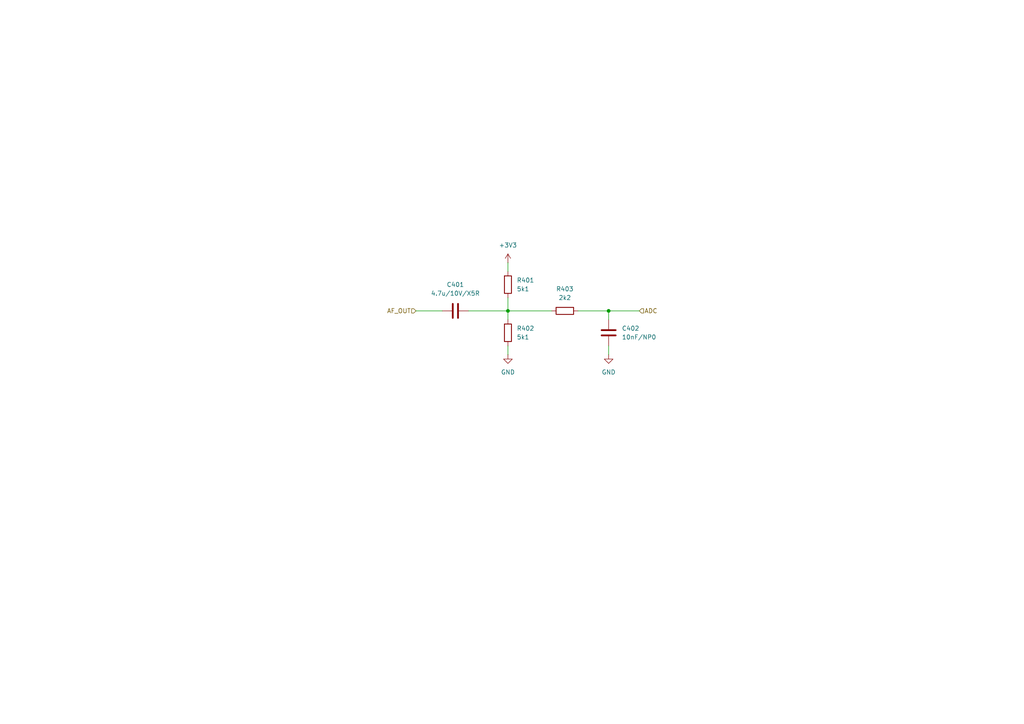
<source format=kicad_sch>
(kicad_sch (version 20250114) (generator "eeschema") (generator_version "9.0")
  (paper "A4")
  (title_block (title "AF_OUT to ADC filter") (rev "<<HASH>>") (company "Amateurfunkclub für Remote Stationen"))
  (lib_symbols
    (symbol "Device:C" (pin_numbers (hide yes)) (pin_names (offset 0.254))
      (property "Reference" "C" (at 0.635 2.54 0))
      (property "Value" "C" (at 0.635 -2.54 0))
      (symbol "C_0_1"
        (polyline (pts (xy -2.032 0.762) (xy 2.032 0.762)) (stroke (width 0.508)))
        (polyline (pts (xy -2.032 -0.762) (xy 2.032 -0.762)) (stroke (width 0.508)))
      )
      (symbol "C_1_1"
        (pin passive line (at 0 3.81 270) (length 2.794) (name "~") (number "1"))
        (pin passive line (at 0 -3.81 90) (length 2.794) (name "~") (number "2"))
      )
    )
    (symbol "Device:R" (pin_numbers (hide yes)) (pin_names (offset 0))
      (property "Reference" "R" (at 2.032 0 90))
      (property "Value" "R" (at 0 0 90))
      (symbol "R_0_1"
        (rectangle (start -1.016 -2.54) (end 1.016 2.54) (stroke (width 0.254)))
      )
      (symbol "R_1_1"
        (pin passive line (at 0 3.81 270) (length 1.27) (name "~") (number "1"))
        (pin passive line (at 0 -3.81 90) (length 1.27) (name "~") (number "2"))
      )
    )
    (symbol "power:+3V3" (power) (pin_numbers (hide yes)) (pin_names (offset 0) (hide yes))
      (property "Value" "+3V3" (at 0 3.556 0))
      (symbol "+3V3_0_1"
        (polyline (pts (xy -0.762 1.27) (xy 0 2.54)))
        (polyline (pts (xy 0 2.54) (xy 0.762 1.27)))
        (polyline (pts (xy 0 0) (xy 0 2.54)))
      )
      (symbol "+3V3_1_1"
        (pin power_in line (at 0 0 90) (length 0) (name "~") (number "1"))
      )
    )
    (symbol "power:GND" (power) (pin_numbers (hide yes)) (pin_names (offset 0) (hide yes))
      (property "Value" "GND" (at 0 -3.81 0))
      (symbol "GND_0_1"
        (polyline (pts (xy 0 0) (xy 0 -1.27) (xy 1.27 -1.27) (xy 0 -2.54) (xy -1.27 -1.27) (xy 0 -1.27)))
      )
      (symbol "GND_1_1"
        (pin power_in line (at 0 0 270) (length 0) (name "~") (number "1"))
      )
    )
  )
  (junction (at 147.32 90.17))
  (junction (at 176.53 90.17))
  (wire (pts (xy 176.53 100.33) (xy 176.53 102.87)))
  (wire (pts (xy 147.32 100.33) (xy 147.32 102.87)))
  (wire (pts (xy 176.53 92.71) (xy 176.53 90.17)))
  (wire (pts (xy 135.89 90.17) (xy 147.32 90.17)))
  (wire (pts (xy 147.32 76.2) (xy 147.32 78.74)))
  (wire (pts (xy 147.32 90.17) (xy 160.02 90.17)))
  (wire (pts (xy 147.32 90.17) (xy 147.32 92.71)))
  (wire (pts (xy 147.32 90.17) (xy 147.32 86.36)))
  (wire (pts (xy 176.53 90.17) (xy 185.42 90.17)))
  (wire (pts (xy 120.65 90.17) (xy 128.27 90.17)))
  (wire (pts (xy 167.64 90.17) (xy 176.53 90.17)))
  (hierarchical_label "ADC" (shape input) (at 185.42 90.17 0))
  (hierarchical_label "AF_OUT" (shape input) (at 120.65 90.17 180))
  (symbol (lib_id "power:GND") (at 147.32 102.87 0) (unit 1)
    (property "Reference" "#PWR0402" (effects (hide yes)))
    (property "Value" "GND" (at 147.32 107.95 0))
    (property "Description" "Power symbol creates a global label with name \"GND\" , ground" (effects (hide yes)))
  )
  (symbol (lib_id "Device:R") (at 147.32 82.55 180) (unit 1)
    (property "Reference" "R401" (at 149.86 81.2799 0) (effects (justify right)))
    (property "Value" "5k1" (at 149.86 83.8199 0) (effects (justify right)))
    (property "Footprint" "Resistor_SMD:R_0805_2012Metric" (effects (hide yes)))
    (property "Description" "Resistor" (effects (hide yes)))
    (property "LCSC" "C27834" (effects (hide yes)))
  )
  (symbol (lib_id "power:GND") (at 176.53 102.87 0) (unit 1)
    (property "Reference" "#PWR0403" (effects (hide yes)))
    (property "Value" "GND" (at 176.53 107.95 0))
    (property "Description" "Power symbol creates a global label with name \"GND\" , ground" (effects (hide yes)))
  )
  (symbol (lib_id "Device:R") (at 163.83 90.17 90) (unit 1)
    (property "Reference" "R403" (at 163.83 83.82 90))
    (property "Value" "2k2" (at 163.83 86.36 90))
    (property "Footprint" "Resistor_SMD:R_0805_2012Metric" (effects (hide yes)))
    (property "Description" "Resistor" (effects (hide yes)))
    (property "LCSC" "C17520" (effects (hide yes)))
  )
  (symbol (lib_id "Device:C") (at 176.53 96.52 180) (unit 1)
    (property "Reference" "C402" (at 180.34 95.2499 0) (effects (justify right)))
    (property "Value" "10nF/NP0" (at 180.34 97.7899 0) (effects (justify right)))
    (property "Footprint" "Capacitor_SMD:C_0805_2012Metric" (effects (hide yes)))
    (property "Description" "Unpolarized capacitor" (effects (hide yes)))
    (property "MOUSER" "81-GRM2165C2A103JA1D" (effects (hide yes)))
  )
  (symbol (lib_id "power:+3V3") (at 147.32 76.2 0) (unit 1)
    (property "Reference" "#PWR0401" (effects (hide yes)))
    (property "Value" "+3V3" (at 147.32 71.12 0))
    (property "Description" "Power symbol creates a global label with name \"+3V3\"" (effects (hide yes)))
  )
  (symbol (lib_id "Device:R") (at 147.32 96.52 180) (unit 1)
    (property "Reference" "R402" (at 149.86 95.2499 0) (effects (justify right)))
    (property "Value" "5k1" (at 149.86 97.7899 0) (effects (justify right)))
    (property "Footprint" "Resistor_SMD:R_0805_2012Metric" (effects (hide yes)))
    (property "Description" "Resistor" (effects (hide yes)))
    (property "LCSC" "C27834" (effects (hide yes)))
  )
  (symbol (lib_id "Device:C") (at 132.08 90.17 270) (unit 1)
    (property "Reference" "C401" (at 132.08 82.55 90))
    (property "Value" "4.7u/10V/X5R" (at 132.08 85.09 90))
    (property "Footprint" "Capacitor_SMD:C_0805_2012Metric" (effects (hide yes)))
    (property "Description" "Unpolarized capacitor" (effects (hide yes)))
    (property "MOUSER" "187-CL21A475KAQNNNF" (effects (hide yes)))
  )
)
</source>
